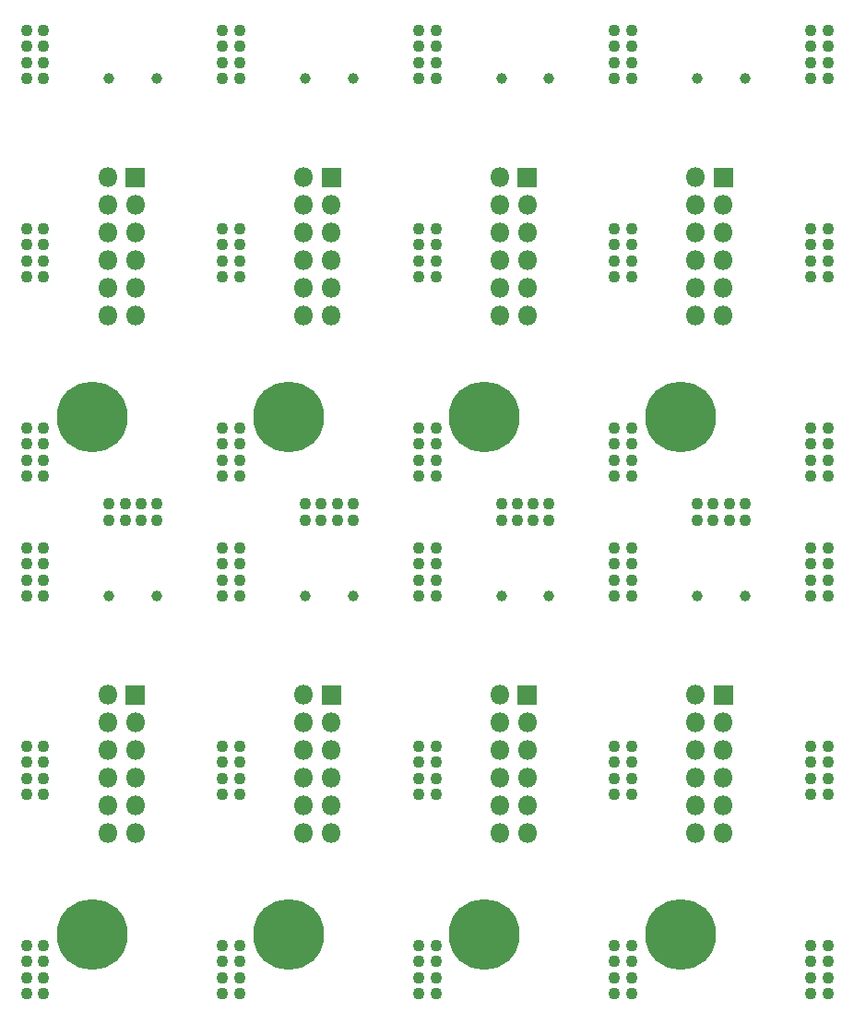
<source format=gbs>
G04 #@! TF.GenerationSoftware,KiCad,Pcbnew,(5.99.0-1907-g1c46bf195)*
G04 #@! TF.CreationDate,2020-10-23T20:38:11+00:00*
G04 #@! TF.ProjectId,USB PMOD Panelised,55534220-504d-44f4-9420-50616e656c69,rev?*
G04 #@! TF.SameCoordinates,Original*
G04 #@! TF.FileFunction,Soldermask,Bot*
G04 #@! TF.FilePolarity,Negative*
%FSLAX46Y46*%
G04 Gerber Fmt 4.6, Leading zero omitted, Abs format (unit mm)*
G04 Created by KiCad (PCBNEW (5.99.0-1907-g1c46bf195)) date 2020-10-23 20:38:11*
%MOMM*%
%LPD*%
G01*
G04 APERTURE LIST*
%ADD10C,1.000000*%
%ADD11C,1.100000*%
%ADD12C,0.900000*%
%ADD13C,6.500000*%
%ADD14O,1.800000X1.800000*%
G04 APERTURE END LIST*
D10*
G04 #@! TO.C,J1*
X155500000Y-44750000D03*
X151100000Y-44750000D03*
G04 #@! TD*
D11*
G04 #@! TO.C,REF\u002A\u002A*
X109100000Y-87850000D03*
X109100000Y-89316667D03*
X109100000Y-90783333D03*
X107500000Y-87850000D03*
X107500000Y-89316667D03*
X107500000Y-90783333D03*
X109100000Y-92250000D03*
X107500000Y-92250000D03*
G04 #@! TD*
G04 #@! TO.C,REF\u002A\u002A*
X91100000Y-87850000D03*
X91100000Y-89316667D03*
X91100000Y-90783333D03*
X89500000Y-87850000D03*
X89500000Y-89316667D03*
X89500000Y-90783333D03*
X91100000Y-92250000D03*
X89500000Y-92250000D03*
G04 #@! TD*
G04 #@! TO.C,REF\u002A\u002A*
X163100000Y-106050000D03*
X163100000Y-107516667D03*
X163100000Y-108983333D03*
X161500000Y-106050000D03*
X161500000Y-107516667D03*
X161500000Y-108983333D03*
X163100000Y-110450000D03*
X161500000Y-110450000D03*
G04 #@! TD*
G04 #@! TO.C,REF\u002A\u002A*
X163100000Y-58550000D03*
X163100000Y-60016667D03*
X163100000Y-61483333D03*
X161500000Y-58550000D03*
X161500000Y-60016667D03*
X161500000Y-61483333D03*
X163100000Y-62950000D03*
X161500000Y-62950000D03*
G04 #@! TD*
G04 #@! TO.C,REF\u002A\u002A*
X127100000Y-58550000D03*
X127100000Y-60016667D03*
X127100000Y-61483333D03*
X125500000Y-58550000D03*
X125500000Y-60016667D03*
X125500000Y-61483333D03*
X127100000Y-62950000D03*
X125500000Y-62950000D03*
G04 #@! TD*
G04 #@! TO.C,REF\u002A\u002A*
X163100000Y-124350000D03*
X163100000Y-125816667D03*
X163100000Y-127283333D03*
X161500000Y-124350000D03*
X161500000Y-125816667D03*
X161500000Y-127283333D03*
X163100000Y-128750000D03*
X161500000Y-128750000D03*
G04 #@! TD*
G04 #@! TO.C,REF\u002A\u002A*
X109100000Y-124350000D03*
X109100000Y-125816667D03*
X109100000Y-127283333D03*
X107500000Y-124350000D03*
X107500000Y-125816667D03*
X107500000Y-127283333D03*
X109100000Y-128750000D03*
X107500000Y-128750000D03*
G04 #@! TD*
G04 #@! TO.C,REF\u002A\u002A*
X163100000Y-76850000D03*
X163100000Y-78316667D03*
X163100000Y-79783333D03*
X161500000Y-76850000D03*
X161500000Y-78316667D03*
X161500000Y-79783333D03*
X163100000Y-81250000D03*
X161500000Y-81250000D03*
G04 #@! TD*
G04 #@! TO.C,REF\u002A\u002A*
X145100000Y-124350000D03*
X145100000Y-125816667D03*
X145100000Y-127283333D03*
X143500000Y-124350000D03*
X143500000Y-125816667D03*
X143500000Y-127283333D03*
X145100000Y-128750000D03*
X143500000Y-128750000D03*
G04 #@! TD*
G04 #@! TO.C,REF\u002A\u002A*
X127100000Y-124350000D03*
X127100000Y-125816667D03*
X127100000Y-127283333D03*
X125500000Y-124350000D03*
X125500000Y-125816667D03*
X125500000Y-127283333D03*
X127100000Y-128750000D03*
X125500000Y-128750000D03*
G04 #@! TD*
G04 #@! TO.C,REF\u002A\u002A*
X91100000Y-124350000D03*
X91100000Y-125816667D03*
X91100000Y-127283333D03*
X89500000Y-124350000D03*
X89500000Y-125816667D03*
X89500000Y-127283333D03*
X91100000Y-128750000D03*
X89500000Y-128750000D03*
G04 #@! TD*
G04 #@! TO.C,REF\u002A\u002A*
X145100000Y-76850000D03*
X145100000Y-78316667D03*
X145100000Y-79783333D03*
X143500000Y-76850000D03*
X143500000Y-78316667D03*
X143500000Y-79783333D03*
X145100000Y-81250000D03*
X143500000Y-81250000D03*
G04 #@! TD*
G04 #@! TO.C,REF\u002A\u002A*
X127100000Y-76850000D03*
X127100000Y-78316667D03*
X127100000Y-79783333D03*
X125500000Y-76850000D03*
X125500000Y-78316667D03*
X125500000Y-79783333D03*
X127100000Y-81250000D03*
X125500000Y-81250000D03*
G04 #@! TD*
G04 #@! TO.C,REF\u002A\u002A*
X109100000Y-76850000D03*
X109100000Y-78316667D03*
X109100000Y-79783333D03*
X107500000Y-76850000D03*
X107500000Y-78316667D03*
X107500000Y-79783333D03*
X109100000Y-81250000D03*
X107500000Y-81250000D03*
G04 #@! TD*
G04 #@! TO.C,REF\u002A\u002A*
X145100000Y-106050000D03*
X145100000Y-107516667D03*
X145100000Y-108983333D03*
X143500000Y-106050000D03*
X143500000Y-107516667D03*
X143500000Y-108983333D03*
X145100000Y-110450000D03*
X143500000Y-110450000D03*
G04 #@! TD*
G04 #@! TO.C,REF\u002A\u002A*
X127100000Y-106050000D03*
X127100000Y-107516667D03*
X127100000Y-108983333D03*
X125500000Y-106050000D03*
X125500000Y-107516667D03*
X125500000Y-108983333D03*
X127100000Y-110450000D03*
X125500000Y-110450000D03*
G04 #@! TD*
G04 #@! TO.C,REF\u002A\u002A*
X109100000Y-106050000D03*
X109100000Y-107516667D03*
X109100000Y-108983333D03*
X107500000Y-106050000D03*
X107500000Y-107516667D03*
X107500000Y-108983333D03*
X109100000Y-110450000D03*
X107500000Y-110450000D03*
G04 #@! TD*
G04 #@! TO.C,REF\u002A\u002A*
X91100000Y-106050000D03*
X91100000Y-107516667D03*
X91100000Y-108983333D03*
X89500000Y-106050000D03*
X89500000Y-107516667D03*
X89500000Y-108983333D03*
X91100000Y-110450000D03*
X89500000Y-110450000D03*
G04 #@! TD*
G04 #@! TO.C,REF\u002A\u002A*
X145100000Y-58550000D03*
X145100000Y-60016667D03*
X145100000Y-61483333D03*
X143500000Y-58550000D03*
X143500000Y-60016667D03*
X143500000Y-61483333D03*
X145100000Y-62950000D03*
X143500000Y-62950000D03*
G04 #@! TD*
G04 #@! TO.C,REF\u002A\u002A*
X109100000Y-58550000D03*
X109100000Y-60016667D03*
X109100000Y-61483333D03*
X107500000Y-58550000D03*
X107500000Y-60016667D03*
X107500000Y-61483333D03*
X109100000Y-62950000D03*
X107500000Y-62950000D03*
G04 #@! TD*
G04 #@! TO.C,REF\u002A\u002A*
X151100000Y-83750000D03*
X152566667Y-83750000D03*
X154033333Y-83750000D03*
X151100000Y-85350000D03*
X152566667Y-85350000D03*
X154033333Y-85350000D03*
X155500000Y-83750000D03*
X155500000Y-85350000D03*
G04 #@! TD*
G04 #@! TO.C,REF\u002A\u002A*
X133100000Y-83750000D03*
X134566667Y-83750000D03*
X136033333Y-83750000D03*
X133100000Y-85350000D03*
X134566667Y-85350000D03*
X136033333Y-85350000D03*
X137500000Y-83750000D03*
X137500000Y-85350000D03*
G04 #@! TD*
G04 #@! TO.C,REF\u002A\u002A*
X115100000Y-83750000D03*
X116566667Y-83750000D03*
X118033333Y-83750000D03*
X115100000Y-85350000D03*
X116566667Y-85350000D03*
X118033333Y-85350000D03*
X119500000Y-83750000D03*
X119500000Y-85350000D03*
G04 #@! TD*
G04 #@! TO.C,REF\u002A\u002A*
X163100000Y-87850000D03*
X163100000Y-89316667D03*
X163100000Y-90783333D03*
X161500000Y-87850000D03*
X161500000Y-89316667D03*
X161500000Y-90783333D03*
X163100000Y-92250000D03*
X161500000Y-92250000D03*
G04 #@! TD*
G04 #@! TO.C,REF\u002A\u002A*
X145100000Y-87850000D03*
X145100000Y-89316667D03*
X145100000Y-90783333D03*
X143500000Y-87850000D03*
X143500000Y-89316667D03*
X143500000Y-90783333D03*
X145100000Y-92250000D03*
X143500000Y-92250000D03*
G04 #@! TD*
G04 #@! TO.C,REF\u002A\u002A*
X127100000Y-87850000D03*
X127100000Y-89316667D03*
X127100000Y-90783333D03*
X125500000Y-87850000D03*
X125500000Y-89316667D03*
X125500000Y-90783333D03*
X127100000Y-92250000D03*
X125500000Y-92250000D03*
G04 #@! TD*
G04 #@! TO.C,REF\u002A\u002A*
X163100000Y-40350000D03*
X163100000Y-41816667D03*
X163100000Y-43283333D03*
X161500000Y-40350000D03*
X161500000Y-41816667D03*
X161500000Y-43283333D03*
X163100000Y-44750000D03*
X161500000Y-44750000D03*
G04 #@! TD*
G04 #@! TO.C,REF\u002A\u002A*
X145100000Y-40350000D03*
X145100000Y-41816667D03*
X145100000Y-43283333D03*
X143500000Y-40350000D03*
X143500000Y-41816667D03*
X143500000Y-43283333D03*
X145100000Y-44750000D03*
X143500000Y-44750000D03*
G04 #@! TD*
G04 #@! TO.C,REF\u002A\u002A*
X127100000Y-40350000D03*
X127100000Y-41816667D03*
X127100000Y-43283333D03*
X125500000Y-40350000D03*
X125500000Y-41816667D03*
X125500000Y-43283333D03*
X127100000Y-44750000D03*
X125500000Y-44750000D03*
G04 #@! TD*
D10*
G04 #@! TO.C,J1*
X155500000Y-92250000D03*
X151100000Y-92250000D03*
G04 #@! TD*
G04 #@! TO.C,J1*
X137500000Y-92250000D03*
X133100000Y-92250000D03*
G04 #@! TD*
G04 #@! TO.C,J1*
X119500000Y-92250000D03*
X115100000Y-92250000D03*
G04 #@! TD*
G04 #@! TO.C,J1*
X101500000Y-92250000D03*
X97100000Y-92250000D03*
G04 #@! TD*
G04 #@! TO.C,J1*
X137500000Y-44750000D03*
X133100000Y-44750000D03*
G04 #@! TD*
G04 #@! TO.C,J1*
X119500000Y-44750000D03*
X115100000Y-44750000D03*
G04 #@! TD*
D12*
G04 #@! TO.C,H1*
X151247056Y-121602944D03*
X149550000Y-120900000D03*
X147852944Y-121602944D03*
X147150000Y-123300000D03*
X147852944Y-124997056D03*
X149550000Y-125700000D03*
X151247056Y-124997056D03*
X151950000Y-123300000D03*
D13*
X149550000Y-123300000D03*
G04 #@! TD*
D12*
G04 #@! TO.C,H1*
X133247056Y-121602944D03*
X131550000Y-120900000D03*
X129852944Y-121602944D03*
X129150000Y-123300000D03*
X129852944Y-124997056D03*
X131550000Y-125700000D03*
X133247056Y-124997056D03*
X133950000Y-123300000D03*
D13*
X131550000Y-123300000D03*
G04 #@! TD*
D12*
G04 #@! TO.C,H1*
X115247056Y-121602944D03*
X113550000Y-120900000D03*
X111852944Y-121602944D03*
X111150000Y-123300000D03*
X111852944Y-124997056D03*
X113550000Y-125700000D03*
X115247056Y-124997056D03*
X115950000Y-123300000D03*
D13*
X113550000Y-123300000D03*
G04 #@! TD*
D12*
G04 #@! TO.C,H1*
X97247056Y-121602944D03*
X95550000Y-120900000D03*
X93852944Y-121602944D03*
X93150000Y-123300000D03*
X93852944Y-124997056D03*
X95550000Y-125700000D03*
X97247056Y-124997056D03*
X97950000Y-123300000D03*
D13*
X95550000Y-123300000D03*
G04 #@! TD*
D12*
G04 #@! TO.C,H1*
X151247056Y-74102944D03*
X149550000Y-73400000D03*
X147852944Y-74102944D03*
X147150000Y-75800000D03*
X147852944Y-77497056D03*
X149550000Y-78200000D03*
X151247056Y-77497056D03*
X151950000Y-75800000D03*
D13*
X149550000Y-75800000D03*
G04 #@! TD*
D12*
G04 #@! TO.C,H1*
X133247056Y-74102944D03*
X131550000Y-73400000D03*
X129852944Y-74102944D03*
X129150000Y-75800000D03*
X129852944Y-77497056D03*
X131550000Y-78200000D03*
X133247056Y-77497056D03*
X133950000Y-75800000D03*
D13*
X131550000Y-75800000D03*
G04 #@! TD*
D12*
G04 #@! TO.C,H1*
X115247056Y-74102944D03*
X113550000Y-73400000D03*
X111852944Y-74102944D03*
X111150000Y-75800000D03*
X111852944Y-77497056D03*
X113550000Y-78200000D03*
X115247056Y-77497056D03*
X115950000Y-75800000D03*
D13*
X113550000Y-75800000D03*
G04 #@! TD*
D14*
G04 #@! TO.C,J2*
X150960000Y-114040000D03*
X153500000Y-114040000D03*
X150960000Y-111500000D03*
X153500000Y-111500000D03*
X150960000Y-108960000D03*
X153500000Y-108960000D03*
X150960000Y-106420000D03*
X153500000Y-106420000D03*
X150960000Y-103880000D03*
X153500000Y-103880000D03*
X150960000Y-101340000D03*
G36*
G01*
X152600000Y-102190000D02*
X152600000Y-100490000D01*
G75*
G02*
X152650000Y-100440000I50000J0D01*
G01*
X154350000Y-100440000D01*
G75*
G02*
X154400000Y-100490000I0J-50000D01*
G01*
X154400000Y-102190000D01*
G75*
G02*
X154350000Y-102240000I-50000J0D01*
G01*
X152650000Y-102240000D01*
G75*
G02*
X152600000Y-102190000I0J50000D01*
G01*
G37*
G04 #@! TD*
G04 #@! TO.C,J2*
X132960000Y-114040000D03*
X135500000Y-114040000D03*
X132960000Y-111500000D03*
X135500000Y-111500000D03*
X132960000Y-108960000D03*
X135500000Y-108960000D03*
X132960000Y-106420000D03*
X135500000Y-106420000D03*
X132960000Y-103880000D03*
X135500000Y-103880000D03*
X132960000Y-101340000D03*
G36*
G01*
X134600000Y-102190000D02*
X134600000Y-100490000D01*
G75*
G02*
X134650000Y-100440000I50000J0D01*
G01*
X136350000Y-100440000D01*
G75*
G02*
X136400000Y-100490000I0J-50000D01*
G01*
X136400000Y-102190000D01*
G75*
G02*
X136350000Y-102240000I-50000J0D01*
G01*
X134650000Y-102240000D01*
G75*
G02*
X134600000Y-102190000I0J50000D01*
G01*
G37*
G04 #@! TD*
G04 #@! TO.C,J2*
X114960000Y-114040000D03*
X117500000Y-114040000D03*
X114960000Y-111500000D03*
X117500000Y-111500000D03*
X114960000Y-108960000D03*
X117500000Y-108960000D03*
X114960000Y-106420000D03*
X117500000Y-106420000D03*
X114960000Y-103880000D03*
X117500000Y-103880000D03*
X114960000Y-101340000D03*
G36*
G01*
X116600000Y-102190000D02*
X116600000Y-100490000D01*
G75*
G02*
X116650000Y-100440000I50000J0D01*
G01*
X118350000Y-100440000D01*
G75*
G02*
X118400000Y-100490000I0J-50000D01*
G01*
X118400000Y-102190000D01*
G75*
G02*
X118350000Y-102240000I-50000J0D01*
G01*
X116650000Y-102240000D01*
G75*
G02*
X116600000Y-102190000I0J50000D01*
G01*
G37*
G04 #@! TD*
G04 #@! TO.C,J2*
X96960000Y-114040000D03*
X99500000Y-114040000D03*
X96960000Y-111500000D03*
X99500000Y-111500000D03*
X96960000Y-108960000D03*
X99500000Y-108960000D03*
X96960000Y-106420000D03*
X99500000Y-106420000D03*
X96960000Y-103880000D03*
X99500000Y-103880000D03*
X96960000Y-101340000D03*
G36*
G01*
X98600000Y-102190000D02*
X98600000Y-100490000D01*
G75*
G02*
X98650000Y-100440000I50000J0D01*
G01*
X100350000Y-100440000D01*
G75*
G02*
X100400000Y-100490000I0J-50000D01*
G01*
X100400000Y-102190000D01*
G75*
G02*
X100350000Y-102240000I-50000J0D01*
G01*
X98650000Y-102240000D01*
G75*
G02*
X98600000Y-102190000I0J50000D01*
G01*
G37*
G04 #@! TD*
G04 #@! TO.C,J2*
X150960000Y-66540000D03*
X153500000Y-66540000D03*
X150960000Y-64000000D03*
X153500000Y-64000000D03*
X150960000Y-61460000D03*
X153500000Y-61460000D03*
X150960000Y-58920000D03*
X153500000Y-58920000D03*
X150960000Y-56380000D03*
X153500000Y-56380000D03*
X150960000Y-53840000D03*
G36*
G01*
X152600000Y-54690000D02*
X152600000Y-52990000D01*
G75*
G02*
X152650000Y-52940000I50000J0D01*
G01*
X154350000Y-52940000D01*
G75*
G02*
X154400000Y-52990000I0J-50000D01*
G01*
X154400000Y-54690000D01*
G75*
G02*
X154350000Y-54740000I-50000J0D01*
G01*
X152650000Y-54740000D01*
G75*
G02*
X152600000Y-54690000I0J50000D01*
G01*
G37*
G04 #@! TD*
G04 #@! TO.C,J2*
X132960000Y-66540000D03*
X135500000Y-66540000D03*
X132960000Y-64000000D03*
X135500000Y-64000000D03*
X132960000Y-61460000D03*
X135500000Y-61460000D03*
X132960000Y-58920000D03*
X135500000Y-58920000D03*
X132960000Y-56380000D03*
X135500000Y-56380000D03*
X132960000Y-53840000D03*
G36*
G01*
X134600000Y-54690000D02*
X134600000Y-52990000D01*
G75*
G02*
X134650000Y-52940000I50000J0D01*
G01*
X136350000Y-52940000D01*
G75*
G02*
X136400000Y-52990000I0J-50000D01*
G01*
X136400000Y-54690000D01*
G75*
G02*
X136350000Y-54740000I-50000J0D01*
G01*
X134650000Y-54740000D01*
G75*
G02*
X134600000Y-54690000I0J50000D01*
G01*
G37*
G04 #@! TD*
G04 #@! TO.C,J2*
X114960000Y-66540000D03*
X117500000Y-66540000D03*
X114960000Y-64000000D03*
X117500000Y-64000000D03*
X114960000Y-61460000D03*
X117500000Y-61460000D03*
X114960000Y-58920000D03*
X117500000Y-58920000D03*
X114960000Y-56380000D03*
X117500000Y-56380000D03*
X114960000Y-53840000D03*
G36*
G01*
X116600000Y-54690000D02*
X116600000Y-52990000D01*
G75*
G02*
X116650000Y-52940000I50000J0D01*
G01*
X118350000Y-52940000D01*
G75*
G02*
X118400000Y-52990000I0J-50000D01*
G01*
X118400000Y-54690000D01*
G75*
G02*
X118350000Y-54740000I-50000J0D01*
G01*
X116650000Y-54740000D01*
G75*
G02*
X116600000Y-54690000I0J50000D01*
G01*
G37*
G04 #@! TD*
D11*
G04 #@! TO.C,REF\u002A\u002A*
X91100000Y-58550000D03*
X91100000Y-60016667D03*
X91100000Y-61483333D03*
X89500000Y-58550000D03*
X89500000Y-60016667D03*
X89500000Y-61483333D03*
X91100000Y-62950000D03*
X89500000Y-62950000D03*
G04 #@! TD*
G04 #@! TO.C,REF\u002A\u002A*
X91100000Y-76850000D03*
X91100000Y-78316667D03*
X91100000Y-79783333D03*
X89500000Y-76850000D03*
X89500000Y-78316667D03*
X89500000Y-79783333D03*
X91100000Y-81250000D03*
X89500000Y-81250000D03*
G04 #@! TD*
G04 #@! TO.C,REF\u002A\u002A*
X91100000Y-40350000D03*
X91100000Y-41816667D03*
X91100000Y-43283333D03*
X89500000Y-40350000D03*
X89500000Y-41816667D03*
X89500000Y-43283333D03*
X91100000Y-44750000D03*
X89500000Y-44750000D03*
G04 #@! TD*
G04 #@! TO.C,REF\u002A\u002A*
X97100000Y-83750000D03*
X98566667Y-83750000D03*
X100033333Y-83750000D03*
X97100000Y-85350000D03*
X98566667Y-85350000D03*
X100033333Y-85350000D03*
X101500000Y-83750000D03*
X101500000Y-85350000D03*
G04 #@! TD*
G04 #@! TO.C,REF\u002A\u002A*
X109100000Y-40350000D03*
X109100000Y-41816667D03*
X109100000Y-43283333D03*
X107500000Y-40350000D03*
X107500000Y-41816667D03*
X107500000Y-43283333D03*
X109100000Y-44750000D03*
X107500000Y-44750000D03*
G04 #@! TD*
D14*
G04 #@! TO.C,J2*
X96960000Y-66540000D03*
X99500000Y-66540000D03*
X96960000Y-64000000D03*
X99500000Y-64000000D03*
X96960000Y-61460000D03*
X99500000Y-61460000D03*
X96960000Y-58920000D03*
X99500000Y-58920000D03*
X96960000Y-56380000D03*
X99500000Y-56380000D03*
X96960000Y-53840000D03*
G36*
G01*
X98600000Y-54690000D02*
X98600000Y-52990000D01*
G75*
G02*
X98650000Y-52940000I50000J0D01*
G01*
X100350000Y-52940000D01*
G75*
G02*
X100400000Y-52990000I0J-50000D01*
G01*
X100400000Y-54690000D01*
G75*
G02*
X100350000Y-54740000I-50000J0D01*
G01*
X98650000Y-54740000D01*
G75*
G02*
X98600000Y-54690000I0J50000D01*
G01*
G37*
G04 #@! TD*
D10*
G04 #@! TO.C,J1*
X101500000Y-44750000D03*
X97100000Y-44750000D03*
G04 #@! TD*
D12*
G04 #@! TO.C,H1*
X97247056Y-74102944D03*
X95550000Y-73400000D03*
X93852944Y-74102944D03*
X93150000Y-75800000D03*
X93852944Y-77497056D03*
X95550000Y-78200000D03*
X97247056Y-77497056D03*
X97950000Y-75800000D03*
D13*
X95550000Y-75800000D03*
G04 #@! TD*
M02*

</source>
